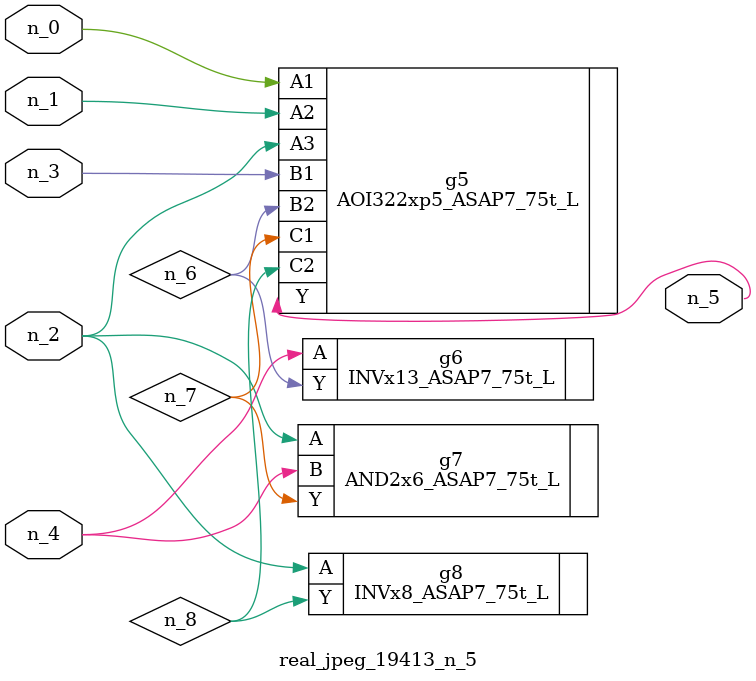
<source format=v>
module real_jpeg_19413_n_5 (n_4, n_0, n_1, n_2, n_3, n_5);

input n_4;
input n_0;
input n_1;
input n_2;
input n_3;

output n_5;

wire n_8;
wire n_6;
wire n_7;

AOI322xp5_ASAP7_75t_L g5 ( 
.A1(n_0),
.A2(n_1),
.A3(n_2),
.B1(n_3),
.B2(n_6),
.C1(n_7),
.C2(n_8),
.Y(n_5)
);

AND2x6_ASAP7_75t_L g7 ( 
.A(n_2),
.B(n_4),
.Y(n_7)
);

INVx8_ASAP7_75t_L g8 ( 
.A(n_2),
.Y(n_8)
);

INVx13_ASAP7_75t_L g6 ( 
.A(n_4),
.Y(n_6)
);


endmodule
</source>
